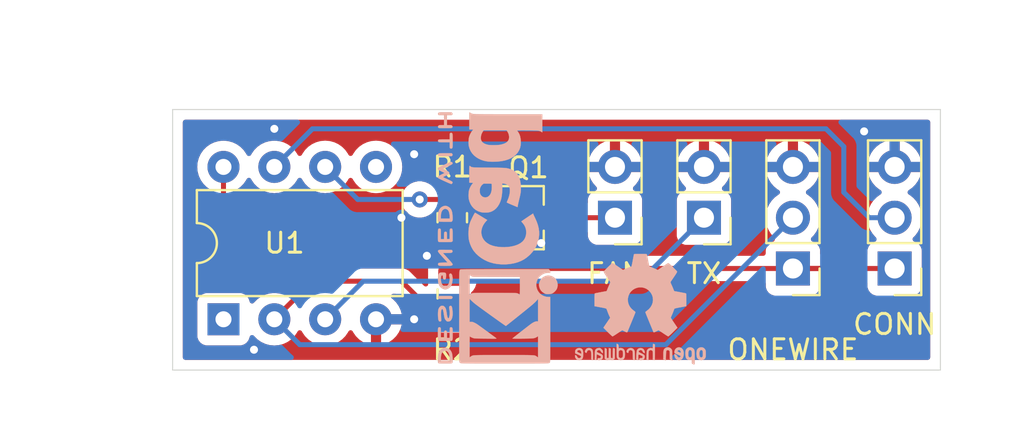
<source format=kicad_pcb>
(kicad_pcb (version 20211014) (generator pcbnew)
  (layers (0 "F.Cu" signal) (31 "B.Cu" signal) (34 "B.Paste" user) (35 "F.Paste" user) (36 "B.SilkS" user "B.Silkscreen") (37 "F.SilkS" user "F.Silkscreen") (38 "B.Mask" user) (39 "F.Mask" user) (44 "Edge.Cuts" user))
  (net 0 "")
  (net 1 "GND")
  (net 2 "/BTN_IN")
  (net 3 "/TX")
  (net 4 "/ONE_WIRE_BUS")
  (net 5 "+5V")
  (net 6 "/V_FAN")
  (net 7 "/FAN_OUT")
  (footprint "Package_TO_SOT_SMD:SOT-23" (layer "F.Cu") (at 116.84 105.41)
    (fp_text reference "Q1" (at 0 -2.5) (layer "F.SilkS"))
    (fp_text value "AO3401A")
    (pad "1" smd rect locked (at -1 -0.95) (size 0.9 0.8) (layers "F.Cu" "F.Paste" "F.Mask") (net 7 "/FAN_OUT"))
    (pad "2" smd rect locked (at -1 0.95) (size 0.9 0.8) (layers "F.Cu" "F.Paste" "F.Mask") (net 5 "+5V"))
    (pad "3" smd rect locked (at 1 0) (size 0.9 0.8) (layers "F.Cu" "F.Paste" "F.Mask") (net 6 "/V_FAN"))
  )
  (footprint "Connector_PinHeader_2.54mm:PinHeader_1x02_P2.54mm_Vertical" (layer "F.Cu") (at 125.603 105.41 180)
    (fp_text reference "J2" hide)
    (fp_text value "TX" (at 0 -2.794) (layer "F.SilkS"))
    (pad "1" thru_hole rect locked (at 0 0 180) (size 1.7 1.7) (drill 1) (layers *.Cu *.Mask) (net 3 "/TX"))
    (pad "2" thru_hole oval locked (at 0 2.54 180) (size 1.7 1.7) (drill 1) (layers *.Cu *.Mask) (net 1 "GND"))
  )
  (footprint "Connector_PinHeader_2.54mm:PinHeader_1x03_P2.54mm_Vertical" (layer "F.Cu") (at 130.048 107.95 180)
    (fp_text reference "J3" hide)
    (fp_text value "ONEWIRE" (at 0 -4.064) (layer "F.SilkS"))
    (pad "1" thru_hole rect locked (at 0 0 180) (size 1.7 1.7) (drill 1) (layers *.Cu *.Mask) (net 5 "+5V"))
    (pad "2" thru_hole oval locked (at 0 2.54 180) (size 1.7 1.7) (drill 1) (layers *.Cu *.Mask) (net 4 "/ONE_WIRE_BUS"))
    (pad "3" thru_hole oval locked (at 0 5.08 180) (size 1.7 1.7) (drill 1) (layers *.Cu *.Mask) (net 1 "GND"))
  )
  (footprint "Connector_PinHeader_2.54mm:PinHeader_1x03_P2.54mm_Vertical" (layer "F.Cu") (at 135.128 107.95 180)
    (fp_text reference "J5" hide)
    (fp_text value "CONN" (at 0 -2.794) (layer "F.SilkS"))
    (pad "1" thru_hole rect locked (at 0 0 180) (size 1.7 1.7) (drill 1) (layers *.Cu *.Mask) (net 5 "+5V"))
    (pad "2" thru_hole oval locked (at 0 2.54 180) (size 1.7 1.7) (drill 1) (layers *.Cu *.Mask) (net 2 "/BTN_IN"))
    (pad "3" thru_hole oval locked (at 0 5.08 180) (size 1.7 1.7) (drill 1) (layers *.Cu *.Mask) (net 1 "GND"))
  )
  (footprint "Resistor_SMD:R_0805_2012Metric" (layer "F.Cu") (at 113.03 105.41 90)
    (fp_text reference "R1" (at 2.54 0 180) (layer "F.SilkS"))
    (fp_text value "100k")
    (pad "1" smd roundrect locked (at -0.9125 0 90) (size 1.025 1.4) (layers "F.Cu" "F.Paste" "F.Mask") (roundrect_rratio 0.2439004878) (net 5 "+5V"))
    (pad "2" smd roundrect locked (at 0.9125 0 90) (size 1.025 1.4) (layers "F.Cu" "F.Paste" "F.Mask") (roundrect_rratio 0.2439004878) (net 7 "/FAN_OUT"))
  )
  (footprint "Resistor_SMD:R_0805_2012Metric" (layer "F.Cu") (at 113.03 109.22 -90)
    (fp_text reference "R2" (at 2.794 0 180) (layer "F.SilkS"))
    (fp_text value "4K7")
    (pad "1" smd roundrect locked (at -0.9125 0 270) (size 1.025 1.4) (layers "F.Cu" "F.Paste" "F.Mask") (roundrect_rratio 0.2439004878) (net 5 "+5V"))
    (pad "2" smd roundrect locked (at 0.9125 0 270) (size 1.025 1.4) (layers "F.Cu" "F.Paste" "F.Mask") (roundrect_rratio 0.2439004878) (net 4 "/ONE_WIRE_BUS"))
  )
  (footprint "Package_DIP:DIP-8_W7.62mm" (layer "F.Cu") (at 101.6 110.49 90)
    (fp_text reference "U1" (at 3.81 3.048 180) (layer "F.SilkS"))
    (fp_text value "ATtiny85-20PU")
    (pad "1" thru_hole rect locked (at 0 0 90) (size 1.6 1.6) (drill 0.8) (layers *.Cu *.Mask))
    (pad "2" thru_hole oval locked (at 0 2.54 90) (size 1.6 1.6) (drill 0.8) (layers *.Cu *.Mask) (net 4 "/ONE_WIRE_BUS"))
    (pad "3" thru_hole oval locked (at 0 5.08 90) (size 1.6 1.6) (drill 0.8) (layers *.Cu *.Mask) (net 3 "/TX"))
    (pad "4" thru_hole oval locked (at 0 7.62 90) (size 1.6 1.6) (drill 0.8) (layers *.Cu *.Mask) (net 1 "GND"))
    (pad "5" thru_hole oval locked (at 7.62 7.62 90) (size 1.6 1.6) (drill 0.8) (layers *.Cu *.Mask))
    (pad "6" thru_hole oval locked (at 7.62 5.08 90) (size 1.6 1.6) (drill 0.8) (layers *.Cu *.Mask) (net 7 "/FAN_OUT"))
    (pad "7" thru_hole oval locked (at 7.62 2.54 90) (size 1.6 1.6) (drill 0.8) (layers *.Cu *.Mask) (net 2 "/BTN_IN"))
    (pad "8" thru_hole oval locked (at 7.62 0 90) (size 1.6 1.6) (drill 0.8) (layers *.Cu *.Mask) (net 5 "+5V"))
  )
  (footprint "Connector_PinHeader_2.54mm:PinHeader_1x02_P2.54mm_Vertical" (layer "F.Cu") (at 121.158 105.41 180)
    (fp_text reference "J4" hide)
    (fp_text value "FAN" (at 0 -2.794) (layer "F.SilkS"))
    (pad "1" thru_hole rect locked (at 0 0 180) (size 1.7 1.7) (drill 1) (layers *.Cu *.Mask) (net 6 "/V_FAN"))
    (pad "2" thru_hole oval locked (at 0 2.54 180) (size 1.7 1.7) (drill 1) (layers *.Cu *.Mask) (net 1 "GND"))
  )
  (footprint "Symbol:OSHW-Logo2_7.3x6mm_SilkScreen" (layer "B.Cu") (at 122.428 109.982 180)
    (fp_text reference "REF**" hide)
    (fp_text value "OSHW-Logo2_7.3x6mm_SilkScreen" hide)
  )
  (footprint "Symbol:KiCad-Logo2_5mm_SilkScreen" (layer "B.Cu") (at 115.316 106.426 90)
    (fp_text reference "REF**" hide)
    (fp_text value "KiCad-Logo2_5mm_SilkScreen" hide)
  )
  (gr_line (start 99.06 113.03) (end 99.06 100) (layer "Edge.Cuts") (width 0.05))
  (gr_line (start 99.06 100) (end 137.414 100) (layer "Edge.Cuts") (width 0.05))
  (gr_line (start 137.414 100) (end 137.414 113.03) (layer "Edge.Cuts") (width 0.05))
  (gr_line (start 137.414 113.03) (end 99.06 113.03) (layer "Edge.Cuts") (width 0.05))
  (via (at 110.49 105.41) (size 0.8) (drill 0.4) (layers "F.Cu" "B.Cu") (net 1))
  (via (at 133.604 101.092) (size 0.8) (drill 0.4) (layers "F.Cu" "B.Cu") (net 1))
  (via (at 104.14 100.965) (size 0.8) (drill 0.4) (layers "F.Cu" "B.Cu") (net 1))
  (via (at 111.76 107.315) (size 0.8) (drill 0.4) (layers "F.Cu" "B.Cu") (net 1))
  (via (at 111.125 102.235) (size 0.8) (drill 0.4) (layers "F.Cu" "B.Cu") (net 1))
  (via (at 117.475 106.68) (size 0.8) (drill 0.4) (layers "F.Cu" "B.Cu") (net 1))
  (via (at 103.124 112.014) (size 0.8) (drill 0.4) (layers "F.Cu" "B.Cu") (net 1))
  (via (at 111.125 110.49) (size 0.8) (drill 0.4) (layers "F.Cu" "B.Cu") (net 1))
  (segment (start 133.858 105.41) (end 135.128 105.41) (width 0.25) (layer "B.Cu") (net 2))
  (segment (start 106.045 100.965) (end 131.699 100.965) (width 0.25) (layer "B.Cu") (net 2))
  (segment (start 131.699 100.965) (end 132.588 101.854) (width 0.25) (layer "B.Cu") (net 2))
  (segment (start 132.588 101.854) (end 132.588 104.14) (width 0.25) (layer "B.Cu") (net 2))
  (segment (start 104.14 102.87) (end 106.045 100.965) (width 0.25) (layer "B.Cu") (net 2))
  (segment (start 132.588 104.14) (end 133.858 105.41) (width 0.25) (layer "B.Cu") (net 2))
  (segment (start 108.585 108.585) (end 122.428 108.585) (width 0.25) (layer "B.Cu") (net 3))
  (segment (start 108.585 108.585) (end 106.68 110.49) (width 0.25) (layer "B.Cu") (net 3))
  (segment (start 125.603 105.41) (end 122.428 108.585) (width 0.25) (layer "B.Cu") (net 3))
  (segment (start 106.045 108.585) (end 104.14 110.49) (width 0.25) (layer "F.Cu") (net 4))
  (segment (start 112.0375 110.1325) (end 110.49 108.585) (width 0.25) (layer "F.Cu") (net 4))
  (segment (start 110.49 108.585) (end 106.045 108.585) (width 0.25) (layer "F.Cu") (net 4))
  (segment (start 113.03 110.1325) (end 112.0375 110.1325) (width 0.25) (layer "F.Cu") (net 4))
  (segment (start 105.41 111.76) (end 104.14 110.49) (width 0.25) (layer "B.Cu") (net 4))
  (segment (start 130.048 105.41) (end 123.698 111.76) (width 0.25) (layer "B.Cu") (net 4))
  (segment (start 122.936 111.76) (end 105.41 111.76) (width 0.25) (layer "B.Cu") (net 4))
  (segment (start 123.698 111.76) (end 122.936 111.76) (width 0.25) (layer "B.Cu") (net 4))
  (segment (start 135.128 107.95) (end 130.048 107.95) (width 0.25) (layer "F.Cu") (net 5))
  (segment (start 113.03 106.3225) (end 115.8025 106.3225) (width 0.25) (layer "F.Cu") (net 5))
  (segment (start 103.1475 106.3225) (end 101.6 104.775) (width 0.25) (layer "F.Cu") (net 5))
  (segment (start 113.3875 107.95) (end 113.03 108.3075) (width 0.25) (layer "F.Cu") (net 5))
  (segment (start 113.03 106.3225) (end 103.1475 106.3225) (width 0.25) (layer "F.Cu") (net 5))
  (segment (start 115.8025 106.3225) (end 115.84 106.36) (width 0.25) (layer "F.Cu") (net 5))
  (segment (start 113.03 106.3225) (end 113.03 108.3075) (width 0.25) (layer "F.Cu") (net 5))
  (segment (start 101.6 104.775) (end 101.6 102.87) (width 0.25) (layer "F.Cu") (net 5))
  (segment (start 132.08 107.95) (end 113.3875 107.95) (width 0.25) (layer "F.Cu") (net 5))
  (segment (start 121.158 105.41) (end 117.84 105.41) (width 0.25) (layer "F.Cu") (net 6))
  (segment (start 113.03 104.4975) (end 111.4025 104.4975) (width 0.25) (layer "F.Cu") (net 7))
  (segment (start 115.84 104.46) (end 113.0675 104.46) (width 0.25) (layer "F.Cu") (net 7))
  (segment (start 113.0675 104.46) (end 113.03 104.4975) (width 0.25) (layer "F.Cu") (net 7))
  (via (at 111.4025 104.4975) (size 0.8) (drill 0.4) (layers "F.Cu" "B.Cu") (net 7))
  (segment (start 108.3075 104.4975) (end 106.68 102.87) (width 0.25) (layer "B.Cu") (net 7))
  (segment (start 111.4025 104.4975) (end 108.3075 104.4975) (width 0.25) (layer "B.Cu") (net 7))
  (zone (net 1) (net_name "GND") (layer "F.Cu") (connect_pads (clearance 0.508)) (min_thickness 0.254) (fill yes (thermal_gap 0.508) (thermal_bridge_width 0.508))
    (polygon (pts (xy 141.605 116.205) (xy 97.155 116.205) (xy 97.155 98.425) (xy 141.605 98.425)))
  )
  (zone (net 1) (net_name "GND") (layer "B.Cu") (connect_pads (clearance 0.508)) (min_thickness 0.254) (fill yes (thermal_gap 0.508) (thermal_bridge_width 0.508))
    (polygon (pts (xy 141.605 116.205) (xy 97.155 116.205) (xy 97.155 98.425) (xy 141.605 98.425)))
  )
)
</source>
